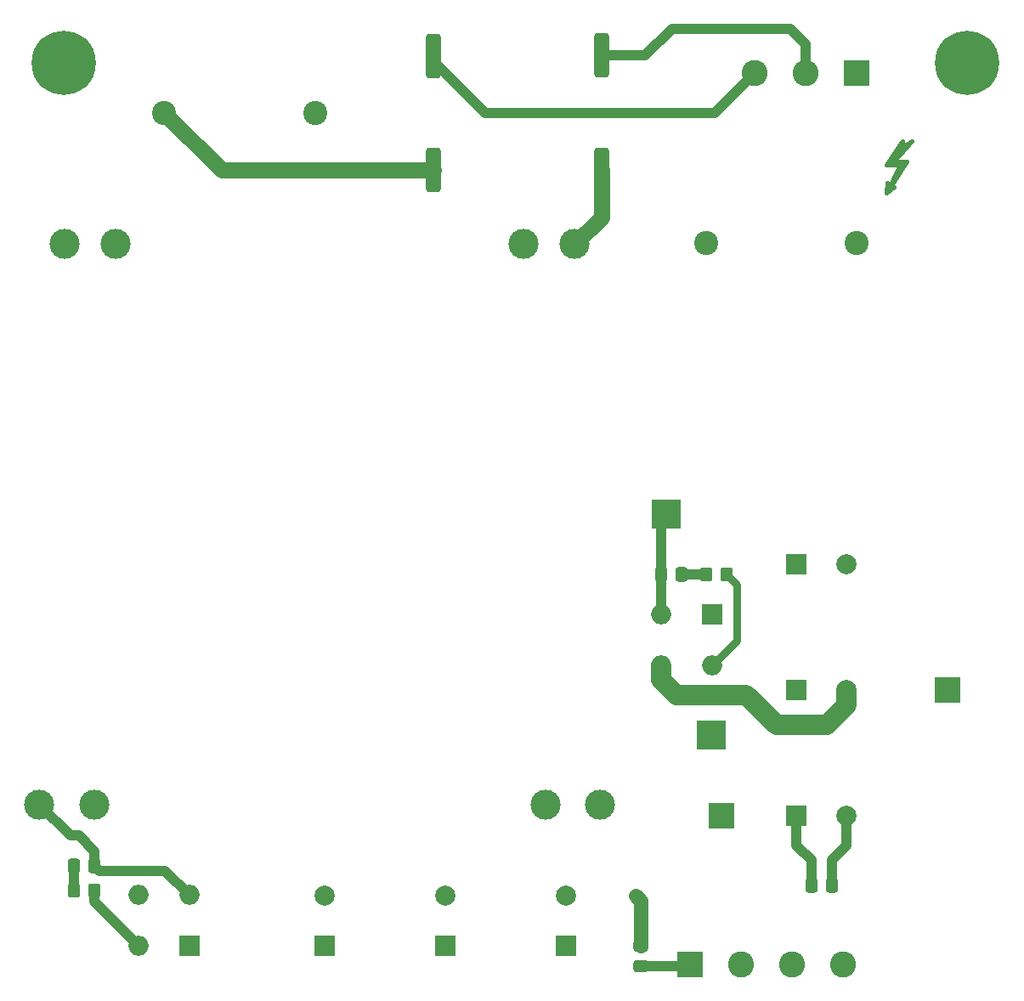
<source format=gtl>
G04 #@! TF.GenerationSoftware,KiCad,Pcbnew,(6.0.10-0)*
G04 #@! TF.CreationDate,2023-01-24T15:26:32+00:00*
G04 #@! TF.ProjectId,MaxDC,4d617844-432e-46b6-9963-61645f706362,rev?*
G04 #@! TF.SameCoordinates,Original*
G04 #@! TF.FileFunction,Copper,L1,Top*
G04 #@! TF.FilePolarity,Positive*
%FSLAX46Y46*%
G04 Gerber Fmt 4.6, Leading zero omitted, Abs format (unit mm)*
G04 Created by KiCad (PCBNEW (6.0.10-0)) date 2023-01-24 15:26:32*
%MOMM*%
%LPD*%
G01*
G04 APERTURE LIST*
G04 Aperture macros list*
%AMRoundRect*
0 Rectangle with rounded corners*
0 $1 Rounding radius*
0 $2 $3 $4 $5 $6 $7 $8 $9 X,Y pos of 4 corners*
0 Add a 4 corners polygon primitive as box body*
4,1,4,$2,$3,$4,$5,$6,$7,$8,$9,$2,$3,0*
0 Add four circle primitives for the rounded corners*
1,1,$1+$1,$2,$3*
1,1,$1+$1,$4,$5*
1,1,$1+$1,$6,$7*
1,1,$1+$1,$8,$9*
0 Add four rect primitives between the rounded corners*
20,1,$1+$1,$2,$3,$4,$5,0*
20,1,$1+$1,$4,$5,$6,$7,0*
20,1,$1+$1,$6,$7,$8,$9,0*
20,1,$1+$1,$8,$9,$2,$3,0*%
G04 Aperture macros list end*
G04 #@! TA.AperFunction,EtchedComponent*
%ADD10C,0.381000*%
G04 #@! TD*
G04 #@! TA.AperFunction,ComponentPad*
%ADD11C,2.400000*%
G04 #@! TD*
G04 #@! TA.AperFunction,ComponentPad*
%ADD12R,2.600000X2.600000*%
G04 #@! TD*
G04 #@! TA.AperFunction,ComponentPad*
%ADD13C,2.600000*%
G04 #@! TD*
G04 #@! TA.AperFunction,ComponentPad*
%ADD14R,2.000000X2.000000*%
G04 #@! TD*
G04 #@! TA.AperFunction,ComponentPad*
%ADD15O,2.000000X2.000000*%
G04 #@! TD*
G04 #@! TA.AperFunction,ComponentPad*
%ADD16R,2.500000X2.500000*%
G04 #@! TD*
G04 #@! TA.AperFunction,SMDPad,CuDef*
%ADD17RoundRect,0.250000X-0.337500X-0.475000X0.337500X-0.475000X0.337500X0.475000X-0.337500X0.475000X0*%
G04 #@! TD*
G04 #@! TA.AperFunction,SMDPad,CuDef*
%ADD18RoundRect,0.250000X0.337500X0.475000X-0.337500X0.475000X-0.337500X-0.475000X0.337500X-0.475000X0*%
G04 #@! TD*
G04 #@! TA.AperFunction,ComponentPad*
%ADD19C,2.000000*%
G04 #@! TD*
G04 #@! TA.AperFunction,SMDPad,CuDef*
%ADD20RoundRect,0.381000X0.381000X-1.841500X0.381000X1.841500X-0.381000X1.841500X-0.381000X-1.841500X0*%
G04 #@! TD*
G04 #@! TA.AperFunction,ComponentPad*
%ADD21C,3.000000*%
G04 #@! TD*
G04 #@! TA.AperFunction,ComponentPad*
%ADD22C,6.400000*%
G04 #@! TD*
G04 #@! TA.AperFunction,SMDPad,CuDef*
%ADD23RoundRect,0.250000X-0.475000X0.337500X-0.475000X-0.337500X0.475000X-0.337500X0.475000X0.337500X0*%
G04 #@! TD*
G04 #@! TA.AperFunction,ComponentPad*
%ADD24R,3.000000X3.000000*%
G04 #@! TD*
G04 #@! TA.AperFunction,SMDPad,CuDef*
%ADD25RoundRect,0.250000X-0.350000X-0.450000X0.350000X-0.450000X0.350000X0.450000X-0.350000X0.450000X0*%
G04 #@! TD*
G04 #@! TA.AperFunction,ViaPad*
%ADD26C,0.800000*%
G04 #@! TD*
G04 #@! TA.AperFunction,Conductor*
%ADD27C,1.600000*%
G04 #@! TD*
G04 #@! TA.AperFunction,Conductor*
%ADD28C,1.000000*%
G04 #@! TD*
G04 #@! TA.AperFunction,Conductor*
%ADD29C,0.800000*%
G04 #@! TD*
G04 #@! TA.AperFunction,Conductor*
%ADD30C,1.400000*%
G04 #@! TD*
G04 #@! TA.AperFunction,Conductor*
%ADD31C,2.000000*%
G04 #@! TD*
G04 APERTURE END LIST*
D10*
X187286000Y-65082500D02*
X188556000Y-65082500D01*
X188937000Y-64828500D02*
X187667000Y-64828500D01*
X187667000Y-67368500D02*
X187159000Y-67622500D01*
X188302000Y-65209500D02*
X187159000Y-67495500D01*
X188429000Y-62923500D02*
X186905000Y-65209500D01*
X187667000Y-64828500D02*
X189445000Y-62796500D01*
X188683000Y-63304500D02*
X188556000Y-62796500D01*
X186905000Y-68003500D02*
X187667000Y-67368500D01*
X186905000Y-65209500D02*
X188302000Y-65209500D01*
X187159000Y-67622500D02*
X188937000Y-64828500D01*
X189445000Y-62796500D02*
X188683000Y-63304500D01*
X187159000Y-67495500D02*
X187032000Y-66987500D01*
X188683000Y-63177500D02*
X187286000Y-65082500D01*
X187032000Y-66987500D02*
X186905000Y-68003500D01*
D11*
X169000000Y-73000000D03*
X184000000Y-73000000D03*
X115000000Y-60000000D03*
X130000000Y-60000000D03*
D12*
X184000000Y-56000000D03*
D13*
X178920000Y-56000000D03*
X173840000Y-56000000D03*
D14*
X169545000Y-109975000D03*
D15*
X164465000Y-109975000D03*
X164465000Y-115055000D03*
X169545000Y-115055000D03*
D16*
X170500000Y-130000000D03*
D17*
X164462500Y-106000000D03*
X166537500Y-106000000D03*
D14*
X117500000Y-143000000D03*
D15*
X117500000Y-137920000D03*
X112420000Y-137920000D03*
X112420000Y-143000000D03*
D18*
X108037500Y-135000000D03*
X105962500Y-135000000D03*
D14*
X155000000Y-143000000D03*
D19*
X155000000Y-138000000D03*
D20*
X141818000Y-54348500D03*
X141818000Y-65715000D03*
X158582000Y-65651500D03*
X158582000Y-54285000D03*
D14*
X178000000Y-130000000D03*
D19*
X183000000Y-130000000D03*
D14*
X178000000Y-117500000D03*
D19*
X183000000Y-117500000D03*
D21*
X105100000Y-73060000D03*
X110180000Y-73060000D03*
X150820000Y-73060000D03*
X155900000Y-73060000D03*
X158440000Y-128940000D03*
X152960000Y-128940000D03*
X108040000Y-128940000D03*
X102560000Y-128940000D03*
D16*
X193000000Y-117500000D03*
D18*
X181537500Y-137000000D03*
X179462500Y-137000000D03*
D22*
X105000000Y-55000000D03*
D23*
X162500000Y-142962500D03*
X162500000Y-145037500D03*
D24*
X169500000Y-122000000D03*
D12*
X167380000Y-144805000D03*
D13*
X172460000Y-144805000D03*
X177540000Y-144805000D03*
X182620000Y-144805000D03*
D24*
X165000000Y-100000000D03*
D14*
X131000000Y-143000000D03*
D19*
X131000000Y-138000000D03*
D22*
X195000000Y-55000000D03*
D14*
X143000000Y-143000000D03*
D19*
X143000000Y-138000000D03*
D14*
X178000000Y-105000000D03*
D19*
X183000000Y-105000000D03*
D25*
X169000000Y-106000000D03*
X171000000Y-106000000D03*
X106000000Y-137500000D03*
X108000000Y-137500000D03*
D26*
X162000000Y-138000000D03*
X162500000Y-139500000D03*
D27*
X141818000Y-65715000D02*
X120715000Y-65715000D01*
X120715000Y-65715000D02*
X115000000Y-60000000D01*
D28*
X165600000Y-51600000D02*
X177400000Y-51600000D01*
X162915000Y-54285000D02*
X165600000Y-51600000D01*
X177400000Y-51600000D02*
X178920000Y-53120000D01*
X178920000Y-53120000D02*
X178920000Y-56000000D01*
X158582000Y-54285000D02*
X162915000Y-54285000D01*
X141818000Y-54818000D02*
X147000000Y-60000000D01*
X141818000Y-54348500D02*
X141818000Y-54818000D01*
X147000000Y-60000000D02*
X169840000Y-60000000D01*
X169840000Y-60000000D02*
X173840000Y-56000000D01*
D27*
X158582000Y-65651500D02*
X158582000Y-70378000D01*
X158582000Y-70378000D02*
X155900000Y-73060000D01*
D29*
X172000000Y-112600000D02*
X169545000Y-115055000D01*
X172000000Y-107000000D02*
X172000000Y-112600000D01*
X171000000Y-106000000D02*
X172000000Y-107000000D01*
D28*
X164462500Y-106000000D02*
X164462500Y-109972500D01*
X164462500Y-109972500D02*
X164465000Y-109975000D01*
X164462500Y-106000000D02*
X164462500Y-100537500D01*
X164462500Y-100537500D02*
X165000000Y-100000000D01*
X167147500Y-145037500D02*
X167380000Y-144805000D01*
X162500000Y-145037500D02*
X167147500Y-145037500D01*
X166537500Y-106000000D02*
X169000000Y-106000000D01*
D30*
X162500000Y-138500000D02*
X162000000Y-138000000D01*
X162500000Y-142962500D02*
X162500000Y-138500000D01*
D28*
X179462500Y-137000000D02*
X179462500Y-134462500D01*
X178000000Y-133000000D02*
X178000000Y-130000000D01*
X179462500Y-134462500D02*
X178000000Y-133000000D01*
X181537500Y-134462500D02*
X183000000Y-133000000D01*
D31*
X181000000Y-121000000D02*
X183000000Y-119000000D01*
X173000000Y-118000000D02*
X176000000Y-121000000D01*
X166000000Y-118000000D02*
X173000000Y-118000000D01*
D28*
X183000000Y-133000000D02*
X183000000Y-130000000D01*
D31*
X176000000Y-121000000D02*
X181000000Y-121000000D01*
D28*
X181537500Y-137000000D02*
X181537500Y-134462500D01*
D31*
X164465000Y-116465000D02*
X166000000Y-118000000D01*
X183000000Y-119000000D02*
X183000000Y-117500000D01*
X164465000Y-115055000D02*
X164465000Y-116465000D01*
D28*
X115080000Y-135500000D02*
X117500000Y-137920000D01*
X108037500Y-133537500D02*
X108037500Y-135000000D01*
X108037500Y-135037500D02*
X108500000Y-135500000D01*
X105620000Y-132000000D02*
X106500000Y-132000000D01*
X106500000Y-132000000D02*
X108037500Y-133537500D01*
X108037500Y-135000000D02*
X108037500Y-135037500D01*
X102560000Y-128940000D02*
X105620000Y-132000000D01*
X108500000Y-135500000D02*
X115080000Y-135500000D01*
X105962500Y-135000000D02*
X105962500Y-137462500D01*
X105962500Y-137462500D02*
X106000000Y-137500000D01*
X108000000Y-138580000D02*
X108000000Y-137500000D01*
X112420000Y-143000000D02*
X108000000Y-138580000D01*
M02*

</source>
